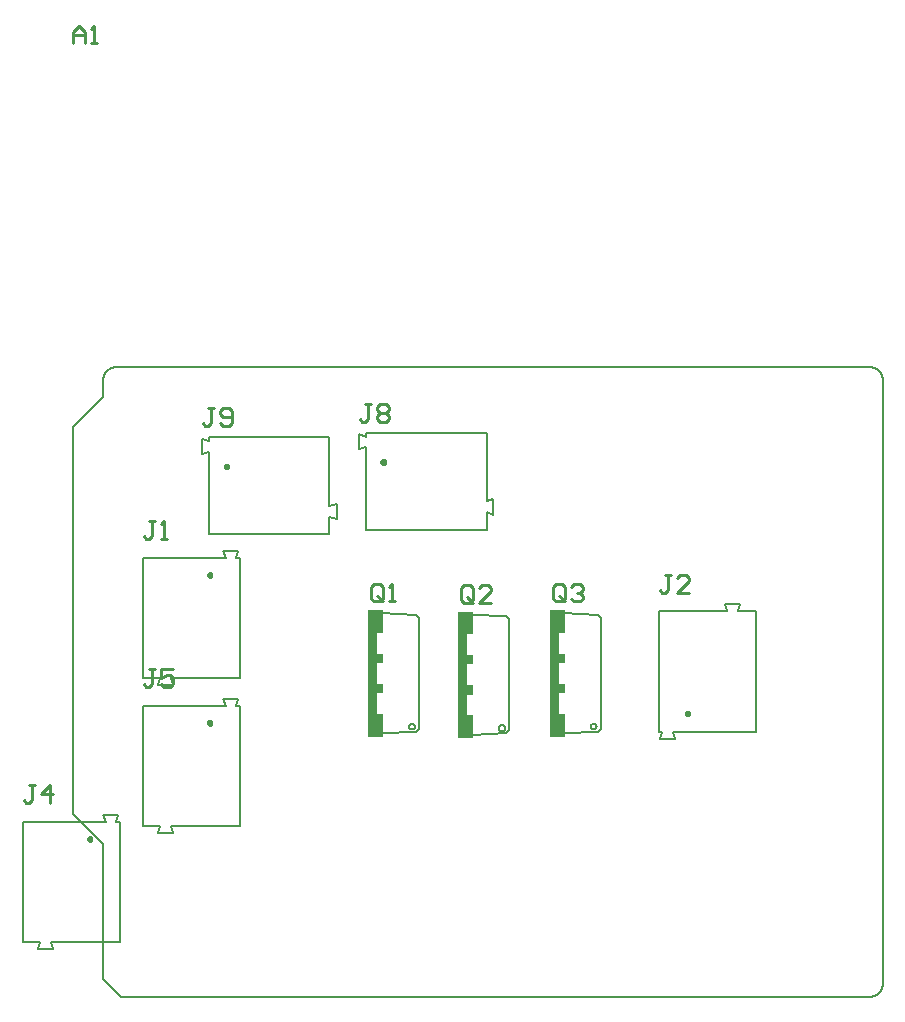
<source format=gto>
%FSTAX23Y23*%
%MOIN*%
%SFA1B1*%

%IPPOS*%
%ADD10C,0.011811*%
%ADD11C,0.005000*%
%ADD12C,0.007874*%
%ADD13C,0.010000*%
%LNpcb_t3-1*%
%LPD*%
G36*
X0193Y0135D02*
X0191D01*
Y0128*
X0193*
Y0125*
X0191*
Y0118*
X0193*
Y01149*
X0191*
Y0108*
X0193*
Y01004*
X0191*
Y01004*
X0188*
Y01425*
X0193*
Y0135*
G37*
G36*
X01325D02*
X01305D01*
Y0128*
X01325*
Y0125*
X01305*
Y0118*
X01325*
Y01149*
X01305*
Y0108*
X01325*
Y01004*
X01305*
Y01004*
X01275*
Y01425*
X01325*
Y0135*
G37*
G36*
X01625Y01345D02*
X01605D01*
Y01275*
X01625*
Y01245*
X01605*
Y01175*
X01625*
Y01144*
X01605*
Y01075*
X01625*
Y00999*
X01605*
Y00999*
X01575*
Y0142*
X01625*
Y01345*
G37*
G54D10*
X00351Y00661D02*
D01*
X00351Y00662*
X00351Y00662*
X00351Y00662*
X00351Y00662*
X00351Y00663*
X00351Y00663*
X00351Y00663*
X00351Y00663*
X00351Y00664*
X00351Y00664*
X0035Y00664*
X0035Y00664*
X0035Y00664*
X0035Y00664*
X00349Y00665*
X00349Y00665*
X00349Y00665*
X00349Y00665*
X00348Y00665*
X00348Y00665*
X00348Y00665*
X00348Y00665*
X00347*
X00347Y00665*
X00347Y00665*
X00347Y00665*
X00346Y00665*
X00346Y00665*
X00346Y00665*
X00346Y00665*
X00345Y00664*
X00345Y00664*
X00345Y00664*
X00345Y00664*
X00344Y00664*
X00344Y00664*
X00344Y00663*
X00344Y00663*
X00344Y00663*
X00344Y00663*
X00344Y00662*
X00344Y00662*
X00344Y00662*
X00344Y00662*
X00344Y00661*
X00344Y00661*
X00344Y00661*
X00344Y0066*
X00344Y0066*
X00344Y0066*
X00344Y0066*
X00344Y00659*
X00344Y00659*
X00344Y00659*
X00344Y00659*
X00345Y00658*
X00345Y00658*
X00345Y00658*
X00345Y00658*
X00346Y00658*
X00346Y00658*
X00346Y00658*
X00346Y00657*
X00347Y00657*
X00347Y00657*
X00347Y00657*
X00347Y00657*
X00348*
X00348Y00657*
X00348Y00657*
X00348Y00657*
X00349Y00657*
X00349Y00658*
X00349Y00658*
X00349Y00658*
X0035Y00658*
X0035Y00658*
X0035Y00658*
X0035Y00658*
X00351Y00659*
X00351Y00659*
X00351Y00659*
X00351Y00659*
X00351Y0066*
X00351Y0066*
X00351Y0066*
X00351Y0066*
X00351Y00661*
X00351Y00661*
X00351Y00661*
X00751Y01048D02*
D01*
X00751Y01048*
X00751Y01048*
X00751Y01049*
X00751Y01049*
X00751Y01049*
X00751Y01049*
X00751Y0105*
X00751Y0105*
X00751Y0105*
X00751Y0105*
X0075Y01051*
X0075Y01051*
X0075Y01051*
X0075Y01051*
X00749Y01051*
X00749Y01051*
X00749Y01051*
X00749Y01052*
X00748Y01052*
X00748Y01052*
X00748Y01052*
X00748Y01052*
X00747*
X00747Y01052*
X00747Y01052*
X00747Y01052*
X00746Y01052*
X00746Y01051*
X00746Y01051*
X00746Y01051*
X00745Y01051*
X00745Y01051*
X00745Y01051*
X00745Y01051*
X00744Y0105*
X00744Y0105*
X00744Y0105*
X00744Y0105*
X00744Y01049*
X00744Y01049*
X00744Y01049*
X00744Y01049*
X00744Y01048*
X00744Y01048*
X00744Y01048*
X00744Y01048*
X00744Y01047*
X00744Y01047*
X00744Y01047*
X00744Y01046*
X00744Y01046*
X00744Y01046*
X00744Y01046*
X00744Y01045*
X00744Y01045*
X00745Y01045*
X00745Y01045*
X00745Y01045*
X00745Y01045*
X00746Y01044*
X00746Y01044*
X00746Y01044*
X00746Y01044*
X00747Y01044*
X00747Y01044*
X00747Y01044*
X00747Y01044*
X00748*
X00748Y01044*
X00748Y01044*
X00748Y01044*
X00749Y01044*
X00749Y01044*
X00749Y01044*
X00749Y01044*
X0075Y01045*
X0075Y01045*
X0075Y01045*
X0075Y01045*
X00751Y01045*
X00751Y01045*
X00751Y01046*
X00751Y01046*
X00751Y01046*
X00751Y01046*
X00751Y01047*
X00751Y01047*
X00751Y01047*
X00751Y01048*
X00751Y01048*
X00807Y01902D02*
D01*
X00807Y01903*
X00807Y01903*
X00807Y01903*
X00807Y01904*
X00806Y01904*
X00806Y01904*
X00806Y01904*
X00806Y01905*
X00806Y01905*
X00806Y01905*
X00806Y01905*
X00805Y01905*
X00805Y01906*
X00805Y01906*
X00805Y01906*
X00804Y01906*
X00804Y01906*
X00804Y01906*
X00804Y01906*
X00803Y01906*
X00803Y01906*
X00803Y01906*
X00803*
X00802Y01906*
X00802Y01906*
X00802Y01906*
X00802Y01906*
X00801Y01906*
X00801Y01906*
X00801Y01906*
X00801Y01906*
X008Y01906*
X008Y01905*
X008Y01905*
X008Y01905*
X008Y01905*
X00799Y01905*
X00799Y01904*
X00799Y01904*
X00799Y01904*
X00799Y01904*
X00799Y01903*
X00799Y01903*
X00799Y01903*
X00799Y01902*
X00799Y01902*
X00799Y01902*
X00799Y01902*
X00799Y01901*
X00799Y01901*
X00799Y01901*
X00799Y01901*
X00799Y019*
X008Y019*
X008Y019*
X008Y019*
X008Y019*
X008Y01899*
X00801Y01899*
X00801Y01899*
X00801Y01899*
X00801Y01899*
X00802Y01899*
X00802Y01899*
X00802Y01899*
X00802Y01899*
X00803Y01899*
X00803*
X00803Y01899*
X00803Y01899*
X00804Y01899*
X00804Y01899*
X00804Y01899*
X00804Y01899*
X00805Y01899*
X00805Y01899*
X00805Y01899*
X00805Y019*
X00806Y019*
X00806Y019*
X00806Y019*
X00806Y019*
X00806Y01901*
X00806Y01901*
X00806Y01901*
X00807Y01901*
X00807Y01902*
X00807Y01902*
X00807Y01902*
X00807Y01902*
X0133Y01917D02*
D01*
X0133Y01918*
X0133Y01918*
X0133Y01918*
X0133Y01919*
X0133Y01919*
X0133Y01919*
X0133Y01919*
X0133Y0192*
X01329Y0192*
X01329Y0192*
X01329Y0192*
X01329Y0192*
X01329Y01921*
X01328Y01921*
X01328Y01921*
X01328Y01921*
X01328Y01921*
X01327Y01921*
X01327Y01921*
X01327Y01921*
X01327Y01921*
X01326Y01921*
X01326*
X01326Y01921*
X01326Y01921*
X01325Y01921*
X01325Y01921*
X01325Y01921*
X01324Y01921*
X01324Y01921*
X01324Y01921*
X01324Y01921*
X01324Y0192*
X01323Y0192*
X01323Y0192*
X01323Y0192*
X01323Y0192*
X01323Y01919*
X01323Y01919*
X01322Y01919*
X01322Y01919*
X01322Y01918*
X01322Y01918*
X01322Y01918*
X01322Y01917*
X01322Y01917*
X01322Y01917*
X01322Y01917*
X01322Y01916*
X01322Y01916*
X01323Y01916*
X01323Y01916*
X01323Y01915*
X01323Y01915*
X01323Y01915*
X01323Y01915*
X01324Y01915*
X01324Y01914*
X01324Y01914*
X01324Y01914*
X01324Y01914*
X01325Y01914*
X01325Y01914*
X01325Y01914*
X01326Y01914*
X01326Y01914*
X01326Y01914*
X01326*
X01327Y01914*
X01327Y01914*
X01327Y01914*
X01327Y01914*
X01328Y01914*
X01328Y01914*
X01328Y01914*
X01328Y01914*
X01329Y01914*
X01329Y01915*
X01329Y01915*
X01329Y01915*
X01329Y01915*
X0133Y01915*
X0133Y01916*
X0133Y01916*
X0133Y01916*
X0133Y01916*
X0133Y01917*
X0133Y01917*
X0133Y01917*
X0133Y01917*
X02345Y01079D02*
D01*
X02345Y0108*
X02345Y0108*
X02345Y0108*
X02345Y0108*
X02345Y01081*
X02345Y01081*
X02345Y01081*
X02345Y01081*
X02345Y01082*
X02345Y01082*
X02344Y01082*
X02344Y01082*
X02344Y01082*
X02344Y01083*
X02343Y01083*
X02343Y01083*
X02343Y01083*
X02343Y01083*
X02342Y01083*
X02342Y01083*
X02342Y01083*
X02342Y01083*
X02341*
X02341Y01083*
X02341Y01083*
X02341Y01083*
X0234Y01083*
X0234Y01083*
X0234Y01083*
X0234Y01083*
X02339Y01083*
X02339Y01082*
X02339Y01082*
X02339Y01082*
X02338Y01082*
X02338Y01082*
X02338Y01081*
X02338Y01081*
X02338Y01081*
X02338Y01081*
X02338Y0108*
X02338Y0108*
X02338Y0108*
X02338Y0108*
X02338Y01079*
X02338Y01079*
X02338Y01079*
X02338Y01079*
X02338Y01078*
X02338Y01078*
X02338Y01078*
X02338Y01077*
X02338Y01077*
X02338Y01077*
X02338Y01077*
X02339Y01077*
X02339Y01076*
X02339Y01076*
X02339Y01076*
X0234Y01076*
X0234Y01076*
X0234Y01076*
X0234Y01076*
X02341Y01076*
X02341Y01075*
X02341Y01075*
X02341Y01075*
X02342*
X02342Y01075*
X02342Y01075*
X02342Y01076*
X02343Y01076*
X02343Y01076*
X02343Y01076*
X02343Y01076*
X02344Y01076*
X02344Y01076*
X02344Y01076*
X02344Y01077*
X02345Y01077*
X02345Y01077*
X02345Y01077*
X02345Y01077*
X02345Y01078*
X02345Y01078*
X02345Y01078*
X02345Y01079*
X02345Y01079*
X02345Y01079*
X02345Y01079*
X00751Y01541D02*
D01*
X00751Y01542*
X00751Y01542*
X00751Y01542*
X00751Y01542*
X00751Y01543*
X00751Y01543*
X00751Y01543*
X00751Y01543*
X00751Y01544*
X00751Y01544*
X0075Y01544*
X0075Y01544*
X0075Y01544*
X0075Y01544*
X00749Y01545*
X00749Y01545*
X00749Y01545*
X00749Y01545*
X00748Y01545*
X00748Y01545*
X00748Y01545*
X00748Y01545*
X00747*
X00747Y01545*
X00747Y01545*
X00747Y01545*
X00746Y01545*
X00746Y01545*
X00746Y01545*
X00746Y01545*
X00745Y01544*
X00745Y01544*
X00745Y01544*
X00745Y01544*
X00744Y01544*
X00744Y01544*
X00744Y01543*
X00744Y01543*
X00744Y01543*
X00744Y01543*
X00744Y01542*
X00744Y01542*
X00744Y01542*
X00744Y01542*
X00744Y01541*
X00744Y01541*
X00744Y01541*
X00744Y0154*
X00744Y0154*
X00744Y0154*
X00744Y0154*
X00744Y01539*
X00744Y01539*
X00744Y01539*
X00744Y01539*
X00745Y01538*
X00745Y01538*
X00745Y01538*
X00745Y01538*
X00746Y01538*
X00746Y01538*
X00746Y01538*
X00746Y01537*
X00747Y01537*
X00747Y01537*
X00747Y01537*
X00747Y01537*
X00748*
X00748Y01537*
X00748Y01537*
X00748Y01537*
X00749Y01537*
X00749Y01538*
X00749Y01538*
X00749Y01538*
X0075Y01538*
X0075Y01538*
X0075Y01538*
X0075Y01538*
X00751Y01539*
X00751Y01539*
X00751Y01539*
X00751Y01539*
X00751Y0154*
X00751Y0154*
X00751Y0154*
X00751Y0154*
X00751Y01541*
X00751Y01541*
X00751Y01541*
G54D11*
X02036Y01038D02*
D01*
X02035Y01038*
X02035Y01039*
X02035Y0104*
X02035Y0104*
X02035Y01041*
X02035Y01042*
X02034Y01042*
X02034Y01043*
X02034Y01043*
X02033Y01044*
X02033Y01044*
X02032Y01045*
X02032Y01045*
X02031Y01046*
X02031Y01046*
X0203Y01046*
X02029Y01047*
X02029Y01047*
X02028Y01047*
X02027Y01047*
X02027Y01047*
X02026Y01047*
X02025*
X02024Y01047*
X02024Y01047*
X02023Y01047*
X02022Y01047*
X02022Y01047*
X02021Y01046*
X02021Y01046*
X0202Y01046*
X02019Y01045*
X02019Y01045*
X02018Y01044*
X02018Y01044*
X02017Y01043*
X02017Y01043*
X02017Y01042*
X02016Y01042*
X02016Y01041*
X02016Y0104*
X02016Y0104*
X02016Y01039*
X02016Y01038*
X02016Y01038*
X02016Y01037*
X02016Y01036*
X02016Y01035*
X02016Y01035*
X02016Y01034*
X02016Y01033*
X02017Y01033*
X02017Y01032*
X02017Y01032*
X02018Y01031*
X02018Y01031*
X02019Y0103*
X02019Y0103*
X0202Y01029*
X02021Y01029*
X02021Y01029*
X02022Y01028*
X02022Y01028*
X02023Y01028*
X02024Y01028*
X02024Y01028*
X02025Y01028*
X02026*
X02027Y01028*
X02027Y01028*
X02028Y01028*
X02029Y01028*
X02029Y01028*
X0203Y01029*
X02031Y01029*
X02031Y01029*
X02032Y0103*
X02032Y0103*
X02033Y01031*
X02033Y01031*
X02034Y01032*
X02034Y01032*
X02034Y01033*
X02035Y01033*
X02035Y01034*
X02035Y01035*
X02035Y01035*
X02035Y01036*
X02035Y01037*
X02036Y01038*
X01731Y01033D02*
D01*
X0173Y01033*
X0173Y01034*
X0173Y01035*
X0173Y01035*
X0173Y01036*
X0173Y01037*
X01729Y01037*
X01729Y01038*
X01729Y01038*
X01728Y01039*
X01728Y01039*
X01727Y0104*
X01727Y0104*
X01726Y01041*
X01726Y01041*
X01725Y01041*
X01724Y01042*
X01724Y01042*
X01723Y01042*
X01722Y01042*
X01722Y01042*
X01721Y01042*
X0172*
X01719Y01042*
X01719Y01042*
X01718Y01042*
X01717Y01042*
X01717Y01042*
X01716Y01041*
X01716Y01041*
X01715Y01041*
X01714Y0104*
X01714Y0104*
X01713Y01039*
X01713Y01039*
X01712Y01038*
X01712Y01038*
X01712Y01037*
X01711Y01037*
X01711Y01036*
X01711Y01035*
X01711Y01035*
X01711Y01034*
X01711Y01033*
X01711Y01033*
X01711Y01032*
X01711Y01031*
X01711Y0103*
X01711Y0103*
X01711Y01029*
X01711Y01028*
X01712Y01028*
X01712Y01027*
X01712Y01027*
X01713Y01026*
X01713Y01026*
X01714Y01025*
X01714Y01025*
X01715Y01024*
X01716Y01024*
X01716Y01024*
X01717Y01023*
X01717Y01023*
X01718Y01023*
X01719Y01023*
X01719Y01023*
X0172Y01023*
X01721*
X01722Y01023*
X01722Y01023*
X01723Y01023*
X01724Y01023*
X01724Y01023*
X01725Y01024*
X01726Y01024*
X01726Y01024*
X01727Y01025*
X01727Y01025*
X01728Y01026*
X01728Y01026*
X01729Y01027*
X01729Y01027*
X01729Y01028*
X0173Y01028*
X0173Y01029*
X0173Y0103*
X0173Y0103*
X0173Y01031*
X0173Y01032*
X01731Y01033*
X01431Y01038D02*
D01*
X0143Y01038*
X0143Y01039*
X0143Y0104*
X0143Y0104*
X0143Y01041*
X0143Y01042*
X01429Y01042*
X01429Y01043*
X01429Y01043*
X01428Y01044*
X01428Y01044*
X01427Y01045*
X01427Y01045*
X01426Y01046*
X01426Y01046*
X01425Y01046*
X01424Y01047*
X01424Y01047*
X01423Y01047*
X01422Y01047*
X01422Y01047*
X01421Y01047*
X0142*
X01419Y01047*
X01419Y01047*
X01418Y01047*
X01417Y01047*
X01417Y01047*
X01416Y01046*
X01416Y01046*
X01415Y01046*
X01414Y01045*
X01414Y01045*
X01413Y01044*
X01413Y01044*
X01412Y01043*
X01412Y01043*
X01412Y01042*
X01411Y01042*
X01411Y01041*
X01411Y0104*
X01411Y0104*
X01411Y01039*
X01411Y01038*
X01411Y01038*
X01411Y01037*
X01411Y01036*
X01411Y01035*
X01411Y01035*
X01411Y01034*
X01411Y01033*
X01412Y01033*
X01412Y01032*
X01412Y01032*
X01413Y01031*
X01413Y01031*
X01414Y0103*
X01414Y0103*
X01415Y01029*
X01416Y01029*
X01416Y01029*
X01417Y01028*
X01417Y01028*
X01418Y01028*
X01419Y01028*
X01419Y01028*
X0142Y01028*
X01421*
X01422Y01028*
X01422Y01028*
X01423Y01028*
X01424Y01028*
X01424Y01028*
X01425Y01029*
X01426Y01029*
X01426Y01029*
X01427Y0103*
X01427Y0103*
X01428Y01031*
X01428Y01031*
X01429Y01032*
X01429Y01032*
X01429Y01033*
X0143Y01033*
X0143Y01034*
X0143Y01035*
X0143Y01035*
X0143Y01036*
X0143Y01037*
X01431Y01038*
X01925Y01415D02*
X0204Y0141D01*
X0205Y014*
Y0103D02*
Y014D01*
X0204Y0102D02*
X0205Y0103D01*
X01925Y01015D02*
X0204Y0102D01*
X0162Y0141D02*
X01735Y01405D01*
X01745Y01395*
Y01025D02*
Y01395D01*
X01735Y01015D02*
X01745Y01025D01*
X0162Y0101D02*
X01735Y01015D01*
X0132Y01415D02*
X01435Y0141D01*
X01445Y014*
Y0103D02*
Y014D01*
X01435Y0102D02*
X01445Y0103D01*
X0132Y01015D02*
X01435Y0102D01*
X00451Y00136D02*
X0295D01*
X0296Y00138*
X0297Y00142*
X02978Y00148*
X02985Y00156*
X02988Y00165*
X0299Y00176*
Y02195*
X02988Y02205D02*
X0299Y02195D01*
X02985Y02215D02*
X02988Y02205D01*
X02978Y02223D02*
X02985Y02215D01*
X0297Y0223D02*
X02978Y02223D01*
X0296Y02233D02*
X0297Y0223D01*
X0295Y02235D02*
X0296Y02233D01*
X0043Y02235D02*
X0295D01*
X0042Y02233D02*
X0043Y02235D01*
X00411Y0223D02*
X0042Y02233D01*
X00403Y02223D02*
X00411Y0223D01*
X00396Y02215D02*
X00403Y02223D01*
X00393Y02205D02*
X00396Y02215D01*
X00391Y02195D02*
X00393Y02205D01*
X00391Y02135D02*
Y02195D01*
X00291Y02035D02*
X00391Y02135D01*
X00291Y00746D02*
Y02035D01*
Y00746D02*
X00391Y00646D01*
Y00196D02*
Y00646D01*
Y00196D02*
X00451Y00136D01*
G54D12*
X00434Y0072D02*
X00446D01*
Y00319D02*
Y0072D01*
X00218Y00319D02*
X00446D01*
X00218D02*
X00225Y00295D01*
X00174D02*
X00225D01*
X00174D02*
X00182Y00319D01*
X00123D02*
X00182D01*
X00123D02*
Y0072D01*
X00399*
X00391Y00744D02*
X00399Y0072D01*
X00391Y00744D02*
X00442D01*
X00434Y0072D02*
X00442Y00744D01*
X00834Y01107D02*
X00842Y0113D01*
X00791D02*
X00842D01*
X00791D02*
X00799Y01107D01*
X00523D02*
X00799D01*
X00523Y00705D02*
Y01107D01*
Y00705D02*
X00582D01*
X00574Y00682D02*
X00582Y00705D01*
X00574Y00682D02*
X00625D01*
X00618Y00705D02*
X00625Y00682D01*
X00618Y00705D02*
X00846D01*
Y01107*
X00834D02*
X00846D01*
X00744Y01989D02*
Y02001D01*
X01145*
Y01773D02*
Y02001D01*
Y01773D02*
X01169Y0178D01*
Y01729D02*
Y0178D01*
X01145Y01737D02*
X01169Y01729D01*
X01145Y01678D02*
Y01737D01*
X00744Y01678D02*
X01145D01*
X00744D02*
Y01954D01*
X0072Y01946D02*
X00744Y01954D01*
X0072Y01946D02*
Y01997D01*
X00744Y01989*
X01267Y02004D02*
Y02016D01*
X01669*
Y01788D02*
Y02016D01*
Y01788D02*
X01692Y01795D01*
Y01744D02*
Y01795D01*
X01669Y01752D02*
X01692Y01744D01*
X01669Y01693D02*
Y01752D01*
X01267Y01693D02*
X01669D01*
X01267D02*
Y01969D01*
X01244Y01961D02*
X01267Y01969D01*
X01244Y01961D02*
Y02012D01*
X01267Y02004*
X02243Y0102D02*
X02255D01*
X02243D02*
Y01422D01*
X02471*
X02464Y01445D02*
X02471Y01422D01*
X02464Y01445D02*
X02515D01*
X02507Y01422D02*
X02515Y01445D01*
X02507Y01422D02*
X02566D01*
Y0102D02*
Y01422D01*
X0229Y0102D02*
X02566D01*
X0229D02*
X02298Y00997D01*
X02247D02*
X02298D01*
X02247D02*
X02255Y0102D01*
X00834Y016D02*
X00846D01*
Y01199D02*
Y016D01*
X00618Y01199D02*
X00846D01*
X00618D02*
X00625Y01175D01*
X00574D02*
X00625D01*
X00574D02*
X00582Y01199D01*
X00523D02*
X00582D01*
X00523D02*
Y016D01*
X00799*
X00791Y01624D02*
X00799Y016D01*
X00791Y01624D02*
X00842D01*
X00834Y016D02*
X00842Y01624D01*
G54D13*
X00165Y00841D02*
X00145D01*
X00155*
Y00791*
X00145Y00782*
X00135*
X00126Y00791*
X00215Y00782D02*
Y00841D01*
X00185Y00811*
X00225*
X01929Y01464D02*
Y01504D01*
X01919Y01514*
X01899*
X0189Y01504*
Y01464*
X01899Y01455*
X01919*
X01909Y01474D02*
X01929Y01455D01*
X01919D02*
X01929Y01464D01*
X01949Y01504D02*
X01959Y01514D01*
X01979*
X01989Y01504*
Y01494*
X01979Y01484*
X01969*
X01979*
X01989Y01474*
Y01464*
X01979Y01455*
X01959*
X01949Y01464*
X01624Y01459D02*
Y01499D01*
X01614Y01509*
X01594*
X01585Y01499*
Y01459*
X01594Y0145*
X01614*
X01604Y01469D02*
X01624Y0145D01*
X01614D02*
X01624Y01459D01*
X01684Y0145D02*
X01644D01*
X01684Y01489*
Y01499*
X01674Y01509*
X01654*
X01644Y01499*
X01324Y01464D02*
Y01504D01*
X01314Y01514*
X01294*
X01285Y01504*
Y01464*
X01294Y01455*
X01314*
X01304Y01474D02*
X01324Y01455D01*
X01314D02*
X01324Y01464D01*
X01344Y01455D02*
X01364D01*
X01354*
Y01514*
X01344Y01504*
X00762Y02098D02*
X00742D01*
X00752*
Y02048*
X00742Y02039*
X00732*
X00723Y02048*
X00782D02*
X00792Y02039D01*
X00812*
X00822Y02048*
Y02088*
X00812Y02098*
X00792*
X00782Y02088*
Y02078*
X00792Y02068*
X00822*
X01285Y02113D02*
X01265D01*
X01275*
Y02063*
X01265Y02054*
X01255*
X01246Y02063*
X01305Y02103D02*
X01315Y02113D01*
X01335*
X01345Y02103*
Y02093*
X01335Y02083*
X01345Y02073*
Y02063*
X01335Y02054*
X01315*
X01305Y02063*
Y02073*
X01315Y02083*
X01305Y02093*
Y02103*
X01315Y02083D02*
X01335D01*
X00565Y01228D02*
X00545D01*
X00555*
Y01178*
X00545Y01169*
X00535*
X00526Y01178*
X00625Y01228D02*
X00585D01*
Y01198*
X00605Y01208*
X00615*
X00625Y01198*
Y01178*
X00615Y01169*
X00595*
X00585Y01178*
X02285Y01543D02*
X02265D01*
X02275*
Y01493*
X02265Y01484*
X02255*
X02246Y01493*
X02345Y01484D02*
X02305D01*
X02345Y01523*
Y01533*
X02335Y01543*
X02315*
X02305Y01533*
X00565Y01721D02*
X00545D01*
X00555*
Y01671*
X00545Y01662*
X00535*
X00526Y01671*
X00585Y01662D02*
X00605D01*
X00595*
Y01721*
X00585Y01711*
X00291Y03315D02*
Y03354D01*
X0031Y03374*
X0033Y03354*
Y03315*
Y03344*
X00291*
X0035Y03315D02*
X0037D01*
X0036*
Y03374*
X0035Y03364*
M02*
</source>
